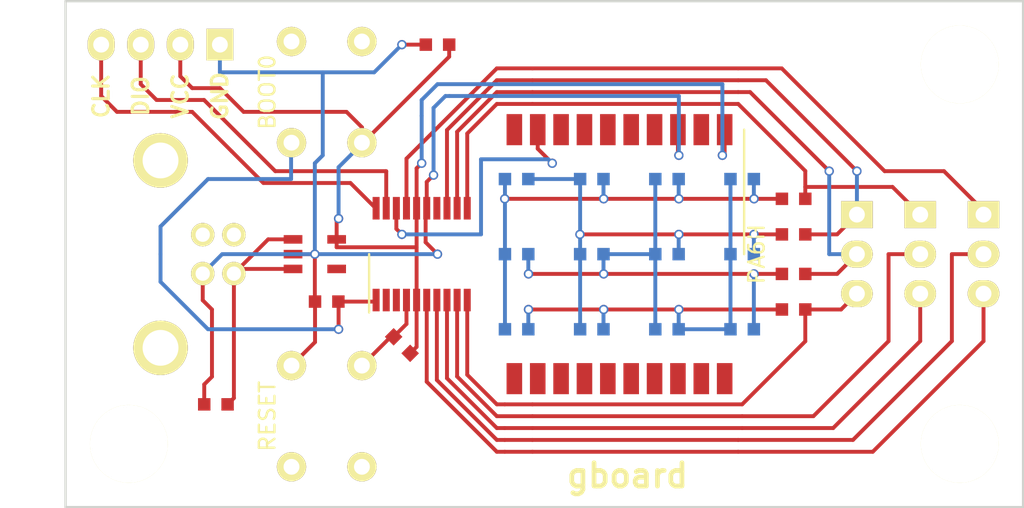
<source format=kicad_pcb>
(kicad_pcb (version 4) (host pcbnew 4.0.7-e2-6376~58~ubuntu16.04.1)

  (general
    (links 0)
    (no_connects 0)
    (area 106.334999 58.344999 172.287001 91.007001)
    (thickness 1.6)
    (drawings 9)
    (tracks 261)
    (zones 0)
    (modules 33)
    (nets 1)
  )

  (page A4)
  (layers
    (0 F.Cu signal)
    (31 B.Cu signal)
    (32 B.Adhes user)
    (33 F.Adhes user)
    (34 B.Paste user)
    (35 F.Paste user)
    (36 B.SilkS user)
    (37 F.SilkS user)
    (38 B.Mask user)
    (39 F.Mask user)
    (40 Dwgs.User user)
    (41 Cmts.User user)
    (42 Eco1.User user)
    (43 Eco2.User user)
    (44 Edge.Cuts user)
    (45 Margin user)
    (46 B.CrtYd user)
    (47 F.CrtYd user)
    (48 B.Fab user)
    (49 F.Fab user)
  )

  (setup
    (last_trace_width 0.25)
    (trace_clearance 0.2)
    (zone_clearance 0.508)
    (zone_45_only no)
    (trace_min 0.2)
    (segment_width 0.2)
    (edge_width 0.15)
    (via_size 0.6)
    (via_drill 0.4)
    (via_min_size 0.4)
    (via_min_drill 0.3)
    (uvia_size 0.3)
    (uvia_drill 0.1)
    (uvias_allowed no)
    (uvia_min_size 0.2)
    (uvia_min_drill 0.1)
    (pcb_text_width 0.3)
    (pcb_text_size 1.5 1.5)
    (mod_edge_width 0.15)
    (mod_text_size 1 1)
    (mod_text_width 0.15)
    (pad_size 1.524 1.524)
    (pad_drill 0.762)
    (pad_to_mask_clearance 0.2)
    (aux_axis_origin 0 0)
    (visible_elements FFFFFF7F)
    (pcbplotparams
      (layerselection 0x00030_80000001)
      (usegerberextensions false)
      (excludeedgelayer true)
      (linewidth 0.150000)
      (plotframeref false)
      (viasonmask false)
      (mode 1)
      (useauxorigin false)
      (hpglpennumber 1)
      (hpglpenspeed 20)
      (hpglpendiameter 15)
      (hpglpenoverlay 2)
      (psnegative false)
      (psa4output false)
      (plotreference true)
      (plotvalue true)
      (plotinvisibletext false)
      (padsonsilk false)
      (subtractmaskfromsilk false)
      (outputformat 1)
      (mirror false)
      (drillshape 1)
      (scaleselection 1)
      (outputdirectory ""))
  )

  (net 0 "")

  (net_class Default "This is the default net class."
    (clearance 0.2)
    (trace_width 0.25)
    (via_dia 0.6)
    (via_drill 0.4)
    (uvia_dia 0.3)
    (uvia_drill 0.1)
  )

  (module 00my_modules:UE27-BC54-130 (layer F.Cu) (tedit 0) (tstamp 5AD16A70)
    (at 116.84 74.676 270)
    (descr UE27-BC54-130)
    (tags usb)
    (fp_text reference "" (at 0 -1 270) (layer F.SilkS)
      (effects (font (size 0.5 0.5) (thickness 0.01)))
    )
    (fp_text value "" (at 0 1 270) (layer F.Fab)
      (effects (font (size 0.5 0.5) (thickness 0.01)))
    )
    (fp_text user USB (at 0 0 270) (layer F.Fab)
      (effects (font (size 1 1) (thickness 0.15)))
    )
    (fp_line (start -6.02 10.28) (end -6.02 -6.22) (layer F.CrtYd) (width 0.05))
    (fp_line (start 6.02 10.28) (end 6.02 -6.22) (layer F.CrtYd) (width 0.05))
    (fp_line (start -6.02 -6.22) (end 6.02 -6.22) (layer F.CrtYd) (width 0.05))
    (fp_line (start -6.02 10.28) (end 6.02 10.28) (layer F.CrtYd) (width 0.05))
    (pad V thru_hole circle (at 1.25 -4.71 270) (size 1.5 1.5) (drill 0.92) (layers *.Cu *.Mask F.SilkS))
    (pad - thru_hole circle (at -1.25 -4.71 270) (size 1.5 1.5) (drill 0.92) (layers *.Cu *.Mask F.SilkS))
    (pad + thru_hole circle (at -1.25 -2.71 270) (size 1.5 1.5) (drill 0.92) (layers *.Cu *.Mask F.SilkS))
    (pad G thru_hole circle (at 1.25 -2.71 270) (size 1.5 1.5) (drill 0.92) (layers *.Cu *.Mask F.SilkS))
    (pad X thru_hole circle (at 6.02 0 270) (size 3.5 3.5) (drill 2.3) (layers *.Cu *.Mask F.SilkS))
    (pad X thru_hole circle (at -6.02 0 270) (size 3.5 3.5) (drill 2.3) (layers *.Cu *.Mask F.SilkS))
  )

  (module 00my_modules:BUTTON4 (layer F.Cu) (tedit 5AD171A5) (tstamp 5AD1695C)
    (at 127.508 64.262 90)
    (descr button4)
    (tags "SPST button tactile switch")
    (fp_text reference BOOT0 (at 0 -3.81 90) (layer F.SilkS)
      (effects (font (size 1 1) (thickness 0.15)))
    )
    (fp_text value "" (at 0 3.81 90) (layer F.Fab)
      (effects (font (size 1 1) (thickness 0.15)))
    )
    (fp_line (start -2.54 1.27) (end -2.54 0.508) (layer F.Fab) (width 0.2032))
    (fp_line (start -2.54 -0.508) (end -2.54 -1.27) (layer F.Fab) (width 0.2032))
    (fp_line (start -2.54 0.508) (end -2.159 -0.381) (layer F.Fab) (width 0.2032))
    (fp_line (start 2.54 1.27) (end 2.54 0.508) (layer F.Fab) (width 0.2032))
    (fp_line (start 2.54 -0.508) (end 2.54 -1.27) (layer F.Fab) (width 0.2032))
    (fp_line (start 2.54 0.508) (end 2.159 -0.381) (layer F.Fab) (width 0.2032))
    (fp_line (start -3.048 -3.048) (end -3.048 3.048) (layer F.Fab) (width 0.2032))
    (fp_line (start 3.048 -3.048) (end 3.048 3.048) (layer F.Fab) (width 0.2032))
    (fp_line (start -3.048 -3.048) (end 3.048 -3.048) (layer F.Fab) (width 0.2032))
    (fp_line (start -3.048 3.048) (end 3.048 3.048) (layer F.Fab) (width 0.2032))
    (pad 1 thru_hole circle (at -3.2512 2.2606 90) (size 1.8796 1.8796) (drill 1.016) (layers *.Cu *.Mask F.SilkS))
    (pad 2 thru_hole circle (at 3.2512 2.2606 90) (size 1.8796 1.8796) (drill 1.016) (layers *.Cu *.Mask F.SilkS))
    (pad 3 thru_hole circle (at -3.2512 -2.2606 90) (size 1.8796 1.8796) (drill 1.016) (layers *.Cu *.Mask F.SilkS))
    (pad 4 thru_hole circle (at 3.2512 -2.2606 90) (size 1.8796 1.8796) (drill 1.016) (layers *.Cu *.Mask F.SilkS))
  )

  (module 00my_modules:BUTTON4 (layer F.Cu) (tedit 5AD1717F) (tstamp 5AD1697F)
    (at 127.508 85.09 90)
    (descr button4)
    (tags "SPST button tactile switch")
    (fp_text reference RESET (at 0 -3.81 90) (layer F.SilkS)
      (effects (font (size 1 1) (thickness 0.15)))
    )
    (fp_text value "" (at 0 3.81 90) (layer F.Fab)
      (effects (font (size 1 1) (thickness 0.15)))
    )
    (fp_line (start -2.54 1.27) (end -2.54 0.508) (layer F.Fab) (width 0.2032))
    (fp_line (start -2.54 -0.508) (end -2.54 -1.27) (layer F.Fab) (width 0.2032))
    (fp_line (start -2.54 0.508) (end -2.159 -0.381) (layer F.Fab) (width 0.2032))
    (fp_line (start 2.54 1.27) (end 2.54 0.508) (layer F.Fab) (width 0.2032))
    (fp_line (start 2.54 -0.508) (end 2.54 -1.27) (layer F.Fab) (width 0.2032))
    (fp_line (start 2.54 0.508) (end 2.159 -0.381) (layer F.Fab) (width 0.2032))
    (fp_line (start -3.048 -3.048) (end -3.048 3.048) (layer F.Fab) (width 0.2032))
    (fp_line (start 3.048 -3.048) (end 3.048 3.048) (layer F.Fab) (width 0.2032))
    (fp_line (start -3.048 -3.048) (end 3.048 -3.048) (layer F.Fab) (width 0.2032))
    (fp_line (start -3.048 3.048) (end 3.048 3.048) (layer F.Fab) (width 0.2032))
    (pad 1 thru_hole circle (at -3.2512 2.2606 90) (size 1.8796 1.8796) (drill 1.016) (layers *.Cu *.Mask F.SilkS))
    (pad 2 thru_hole circle (at 3.2512 2.2606 90) (size 1.8796 1.8796) (drill 1.016) (layers *.Cu *.Mask F.SilkS))
    (pad 3 thru_hole circle (at -3.2512 -2.2606 90) (size 1.8796 1.8796) (drill 1.016) (layers *.Cu *.Mask F.SilkS))
    (pad 4 thru_hole circle (at 3.2512 -2.2606 90) (size 1.8796 1.8796) (drill 1.016) (layers *.Cu *.Mask F.SilkS))
  )

  (module 00my_modules:SOT25 (layer F.Cu) (tedit 58CE4E80) (tstamp 5AD16B65)
    (at 126.746 74.676)
    (descr SOT25)
    (tags SOT25)
    (attr smd)
    (fp_text reference "" (at 0 -2.5) (layer F.SilkS)
      (effects (font (size 1 1) (thickness 0.15)))
    )
    (fp_text value "" (at 0 2.05) (layer F.Fab)
      (effects (font (size 0.5 0.5) (thickness 0.01)))
    )
    (fp_text user SOT25 (at 0 0 90) (layer F.Fab)
      (effects (font (size 0.5 0.5) (thickness 0.01)))
    )
    (fp_line (start -0.8 -1.5) (end 0.8 -1.5) (layer F.Fab) (width 0.01))
    (fp_line (start -0.8 1.5) (end 0.8 1.5) (layer F.Fab) (width 0.01))
    (fp_line (start -0.8 -1.5) (end -0.8 1.5) (layer F.Fab) (width 0.01))
    (fp_line (start 0.8 -1.5) (end 0.8 1.5) (layer F.Fab) (width 0.01))
    (fp_line (start -0.8 -1.5) (end -0.8 1.5) (layer F.Fab) (width 0.01))
    (fp_line (start 0.8 -1.5) (end 0.8 1.5) (layer F.Fab) (width 0.01))
    (fp_line (start -2.3 -1.7) (end 2.3 -1.7) (layer F.CrtYd) (width 0.01))
    (fp_line (start -2.3 -1.7) (end -2.3 1.7) (layer F.CrtYd) (width 0.01))
    (fp_line (start 2.3 1.7) (end 2.3 -1.7) (layer F.CrtYd) (width 0.01))
    (fp_line (start 2.3 1.7) (end -2.3 1.7) (layer F.CrtYd) (width 0.01))
    (pad 1 smd rect (at -1.4 -0.95) (size 1.2 0.55) (layers F.Cu F.Paste F.Mask))
    (pad 2 smd rect (at -1.4 0) (size 1.2 0.55) (layers F.Cu F.Paste F.Mask))
    (pad 3 smd rect (at -1.4 0.95) (size 1.2 0.55) (layers F.Cu F.Paste F.Mask))
    (pad 4 smd rect (at 1.4 0.95) (size 1.2 0.55) (layers F.Cu F.Paste F.Mask))
    (pad 5 smd rect (at 1.4 -0.95) (size 1.2 0.55) (layers F.Cu F.Paste F.Mask))
  )

  (module 00my_modules:STM32 (layer F.Cu) (tedit 54130A77) (tstamp 5AD16B54)
    (at 133.604 74.676 90)
    (descr STM32)
    (tags STM32)
    (attr smd)
    (fp_text reference "" (at 0 -4.3 90) (layer F.SilkS)
      (effects (font (size 1 1) (thickness 0.15)))
    )
    (fp_text value "" (at -1.5 -3 90) (layer F.Fab)
      (effects (font (size 0.5 0.5) (thickness 0.01)))
    )
    (fp_text user STM32 (at 0 0 180) (layer F.Fab)
      (effects (font (size 0.8 0.8) (thickness 0.1)))
    )
    (fp_line (start -3.95 -3.55) (end -3.95 3.55) (layer F.CrtYd) (width 0.05))
    (fp_line (start 3.95 -3.55) (end 3.95 3.55) (layer F.CrtYd) (width 0.05))
    (fp_line (start -3.95 -3.55) (end 3.95 -3.55) (layer F.CrtYd) (width 0.05))
    (fp_line (start -3.95 3.55) (end 3.95 3.55) (layer F.CrtYd) (width 0.05))
    (fp_line (start -3.75 -3.375) (end 0 -3.375) (layer F.SilkS) (width 0.15))
    (fp_line (start -2.2 -3.25) (end 2.2 -3.25) (layer F.Fab) (width 0.01))
    (fp_line (start -2.2 3.25) (end 2.2 3.25) (layer F.Fab) (width 0.01))
    (fp_line (start -2.2 -3.25) (end -2.2 3.25) (layer F.Fab) (width 0.01))
    (fp_line (start 2.2 -3.25) (end 2.2 3.25) (layer F.Fab) (width 0.01))
    (pad BOOT smd rect (at -2.95 -2.925 90) (size 1.45 0.45) (layers F.Cu F.Paste F.Mask))
    (pad 2 smd rect (at -2.95 -2.275 90) (size 1.45 0.45) (layers F.Cu F.Paste F.Mask))
    (pad 3 smd rect (at -2.95 -1.625 90) (size 1.45 0.45) (layers F.Cu F.Paste F.Mask))
    (pad NRST smd rect (at -2.95 -0.975 90) (size 1.45 0.45) (layers F.Cu F.Paste F.Mask))
    (pad VCC smd rect (at -2.95 -0.325 90) (size 1.45 0.45) (layers F.Cu F.Paste F.Mask))
    (pad PA0 smd rect (at -2.95 0.325 90) (size 1.45 0.45) (layers F.Cu F.Paste F.Mask))
    (pad PA1 smd rect (at -2.95 0.975 90) (size 1.45 0.45) (layers F.Cu F.Paste F.Mask))
    (pad PA2 smd rect (at -2.95 1.625 90) (size 1.45 0.45) (layers F.Cu F.Paste F.Mask))
    (pad PA3 smd rect (at -2.95 2.275 90) (size 1.45 0.45) (layers F.Cu F.Paste F.Mask))
    (pad PA4 smd rect (at -2.95 2.925 90) (size 1.45 0.45) (layers F.Cu F.Paste F.Mask))
    (pad PA5 smd rect (at 2.95 2.925 90) (size 1.45 0.45) (layers F.Cu F.Paste F.Mask))
    (pad PA6 smd rect (at 2.95 2.275 90) (size 1.45 0.45) (layers F.Cu F.Paste F.Mask))
    (pad PA7 smd rect (at 2.95 1.625 90) (size 1.45 0.45) (layers F.Cu F.Paste F.Mask))
    (pad PB1 smd rect (at 2.95 0.975 90) (size 1.45 0.45) (layers F.Cu F.Paste F.Mask))
    (pad GND smd rect (at 2.95 0.325 90) (size 1.45 0.45) (layers F.Cu F.Paste F.Mask))
    (pad VCC smd rect (at 2.95 -0.325 90) (size 1.45 0.45) (layers F.Cu F.Paste F.Mask))
    (pad TX smd rect (at 2.95 -0.975 90) (size 1.45 0.45) (layers F.Cu F.Paste F.Mask))
    (pad RX smd rect (at 2.95 -1.625 90) (size 1.45 0.45) (layers F.Cu F.Paste F.Mask))
    (pad DIO smd rect (at 2.95 -2.275 90) (size 1.45 0.45) (layers F.Cu F.Paste F.Mask))
    (pad CLK smd rect (at 2.95 -2.925 90) (size 1.45 0.45) (layers F.Cu F.Paste F.Mask))
  )

  (module 00my_modules:R_0603 (layer F.Cu) (tedit 5415CC62) (tstamp 5AD16F29)
    (at 127.508 77.724)
    (descr R0603)
    (tags "resistor capacitor led 0603")
    (attr smd)
    (fp_text reference "" (at 0 -0.6) (layer F.SilkS)
      (effects (font (size 0.1 0.1) (thickness 0.01)))
    )
    (fp_text value "" (at 0 0.6) (layer F.Fab)
      (effects (font (size 0.1 0.1) (thickness 0.01)))
    )
    (fp_line (start -1.2 -0.45) (end 1.2 -0.45) (layer F.CrtYd) (width 0.01))
    (fp_line (start -1.2 0.45) (end 1.2 0.45) (layer F.CrtYd) (width 0.01))
    (fp_line (start -1.2 -0.45) (end -1.2 0.45) (layer F.CrtYd) (width 0.01))
    (fp_line (start 1.2 -0.45) (end 1.2 0.45) (layer F.CrtYd) (width 0.01))
    (fp_line (start -0.1 0) (end 0.1 0.2) (layer F.CrtYd) (width 0.01))
    (fp_line (start -0.1 0) (end 0.1 -0.2) (layer F.CrtYd) (width 0.01))
    (fp_line (start -0.1 0.2) (end -0.1 -0.2) (layer F.CrtYd) (width 0.01))
    (fp_line (start 0.1 0.2) (end 0.1 -0.2) (layer F.CrtYd) (width 0.01))
    (pad 1 smd rect (at -0.75 0) (size 0.8 0.8) (layers F.Cu F.Paste F.Mask))
    (pad 2 smd rect (at 0.75 0) (size 0.8 0.8) (layers F.Cu F.Paste F.Mask))
  )

  (module 00my_modules:R_0603 (layer F.Cu) (tedit 5415CC62) (tstamp 5AD16F52)
    (at 132.334 80.518 135)
    (descr R0603)
    (tags "resistor capacitor led 0603")
    (attr smd)
    (fp_text reference "" (at 0 -0.6 135) (layer F.SilkS)
      (effects (font (size 0.1 0.1) (thickness 0.01)))
    )
    (fp_text value "" (at 0 0.6 135) (layer F.Fab)
      (effects (font (size 0.1 0.1) (thickness 0.01)))
    )
    (fp_line (start -1.2 -0.45) (end 1.2 -0.45) (layer F.CrtYd) (width 0.01))
    (fp_line (start -1.2 0.45) (end 1.2 0.45) (layer F.CrtYd) (width 0.01))
    (fp_line (start -1.2 -0.45) (end -1.2 0.45) (layer F.CrtYd) (width 0.01))
    (fp_line (start 1.2 -0.45) (end 1.2 0.45) (layer F.CrtYd) (width 0.01))
    (fp_line (start -0.1 0) (end 0.1 0.2) (layer F.CrtYd) (width 0.01))
    (fp_line (start -0.1 0) (end 0.1 -0.2) (layer F.CrtYd) (width 0.01))
    (fp_line (start -0.1 0.2) (end -0.1 -0.2) (layer F.CrtYd) (width 0.01))
    (fp_line (start 0.1 0.2) (end 0.1 -0.2) (layer F.CrtYd) (width 0.01))
    (pad 1 smd rect (at -0.75 0 135) (size 0.8 0.8) (layers F.Cu F.Paste F.Mask))
    (pad 2 smd rect (at 0.75 0 135) (size 0.8 0.8) (layers F.Cu F.Paste F.Mask))
  )

  (module 00my_modules:Pin_Header_Straight_1x03 (layer F.Cu) (tedit 0) (tstamp 5AD179DD)
    (at 169.672 72.136)
    (descr "Through hole pin header")
    (tags "pin header")
    (fp_text reference "" (at 0 -2.4) (layer F.SilkS)
      (effects (font (size 0.5 0.5) (thickness 0.01)))
    )
    (fp_text value "" (at 0 -3.1) (layer F.Fab)
      (effects (font (size 0.5 0.5) (thickness 0.01)))
    )
    (fp_line (start -1.75 -1.75) (end -1.75 6.86) (layer F.CrtYd) (width 0.05))
    (fp_line (start 1.75 -1.75) (end 1.75 6.86) (layer F.CrtYd) (width 0.05))
    (fp_line (start -1.75 -1.75) (end 1.75 -1.75) (layer F.CrtYd) (width 0.05))
    (fp_line (start -1.75 6.86) (end 1.75 6.86) (layer F.CrtYd) (width 0.05))
    (pad 1 thru_hole rect (at 0 0) (size 2.032 1.7272) (drill 1.016) (layers *.Cu *.Mask F.SilkS))
    (pad 2 thru_hole oval (at 0 2.54) (size 2.032 1.7272) (drill 1.016) (layers *.Cu *.Mask F.SilkS))
    (pad 3 thru_hole oval (at 0 5.08) (size 2.032 1.7272) (drill 1.016) (layers *.Cu *.Mask F.SilkS))
  )

  (module 00my_modules:Pin_Header_Straight_1x03 (layer F.Cu) (tedit 0) (tstamp 5AD179FA)
    (at 161.544 72.136)
    (descr "Through hole pin header")
    (tags "pin header")
    (fp_text reference "" (at 0 -2.4) (layer F.SilkS)
      (effects (font (size 0.5 0.5) (thickness 0.01)))
    )
    (fp_text value "" (at 0 -3.1) (layer F.Fab)
      (effects (font (size 0.5 0.5) (thickness 0.01)))
    )
    (fp_line (start -1.75 -1.75) (end -1.75 6.86) (layer F.CrtYd) (width 0.05))
    (fp_line (start 1.75 -1.75) (end 1.75 6.86) (layer F.CrtYd) (width 0.05))
    (fp_line (start -1.75 -1.75) (end 1.75 -1.75) (layer F.CrtYd) (width 0.05))
    (fp_line (start -1.75 6.86) (end 1.75 6.86) (layer F.CrtYd) (width 0.05))
    (pad 1 thru_hole rect (at 0 0) (size 2.032 1.7272) (drill 1.016) (layers *.Cu *.Mask F.SilkS))
    (pad 2 thru_hole oval (at 0 2.54) (size 2.032 1.7272) (drill 1.016) (layers *.Cu *.Mask F.SilkS))
    (pad 3 thru_hole oval (at 0 5.08) (size 2.032 1.7272) (drill 1.016) (layers *.Cu *.Mask F.SilkS))
  )

  (module 00my_modules:Pin_Header_Straight_1x03 (layer F.Cu) (tedit 0) (tstamp 5AD17A0F)
    (at 165.608 72.136)
    (descr "Through hole pin header")
    (tags "pin header")
    (fp_text reference "" (at 0 -2.4) (layer F.SilkS)
      (effects (font (size 0.5 0.5) (thickness 0.01)))
    )
    (fp_text value "" (at 0 -3.1) (layer F.Fab)
      (effects (font (size 0.5 0.5) (thickness 0.01)))
    )
    (fp_line (start -1.75 -1.75) (end -1.75 6.86) (layer F.CrtYd) (width 0.05))
    (fp_line (start 1.75 -1.75) (end 1.75 6.86) (layer F.CrtYd) (width 0.05))
    (fp_line (start -1.75 -1.75) (end 1.75 -1.75) (layer F.CrtYd) (width 0.05))
    (fp_line (start -1.75 6.86) (end 1.75 6.86) (layer F.CrtYd) (width 0.05))
    (pad 1 thru_hole rect (at 0 0) (size 2.032 1.7272) (drill 1.016) (layers *.Cu *.Mask F.SilkS))
    (pad 2 thru_hole oval (at 0 2.54) (size 2.032 1.7272) (drill 1.016) (layers *.Cu *.Mask F.SilkS))
    (pad 3 thru_hole oval (at 0 5.08) (size 2.032 1.7272) (drill 1.016) (layers *.Cu *.Mask F.SilkS))
  )

  (module 00my_modules:PA6H (layer F.Cu) (tedit 5415CC62) (tstamp 5AD17B39)
    (at 146.304 74.676 270)
    (descr PA6H)
    (tags "PA6H gps")
    (fp_text reference PA6H (at 0 -8.8 270) (layer F.SilkS)
      (effects (font (size 1 1) (thickness 0.15)))
    )
    (fp_text value GPS (at 0 -7 270) (layer F.Fab)
      (effects (font (size 1 1) (thickness 0.15)))
    )
    (fp_line (start -8 -8) (end -8 8) (layer F.CrtYd) (width 0.05))
    (fp_line (start 8 -8) (end 8 8) (layer F.CrtYd) (width 0.05))
    (fp_line (start -8 -8) (end 8 -8) (layer F.CrtYd) (width 0.05))
    (fp_line (start -8 8) (end 8 8) (layer F.CrtYd) (width 0.05))
    (fp_line (start -8 -8) (end 0 -8) (layer F.SilkS) (width 0.15))
    (pad VCC smd rect (at -8 -6.75 270) (size 2 1) (layers F.Cu F.Paste F.Mask))
    (pad 2 smd rect (at -8 -5.25 270) (size 2 1) (layers F.Cu F.Paste F.Mask))
    (pad GND smd rect (at -8 -3.75 270) (size 2 1) (layers F.Cu F.Paste F.Mask))
    (pad 4 smd rect (at -8 -2.25 270) (size 2 1) (layers F.Cu F.Paste F.Mask))
    (pad 5 smd rect (at -8 -0.75 270) (size 2 1) (layers F.Cu F.Paste F.Mask))
    (pad 6 smd rect (at -8 0.75 270) (size 2 1) (layers F.Cu F.Paste F.Mask))
    (pad 7 smd rect (at -8 2.25 270) (size 2 1) (layers F.Cu F.Paste F.Mask))
    (pad 8 smd rect (at -8 3.75 270) (size 2 1) (layers F.Cu F.Paste F.Mask))
    (pad TX smd rect (at -8 5.25 270) (size 2 1) (layers F.Cu F.Paste F.Mask))
    (pad RX smd rect (at -8 6.75 270) (size 2 1) (layers F.Cu F.Paste F.Mask))
    (pad 11 smd rect (at 8 6.75 270) (size 2 1) (layers F.Cu F.Paste F.Mask))
    (pad 12 smd rect (at 8 5.25 270) (size 2 1) (layers F.Cu F.Paste F.Mask))
    (pad 13 smd rect (at 8 3.75 270) (size 2 1) (layers F.Cu F.Paste F.Mask))
    (pad 14 smd rect (at 8 2.25 270) (size 2 1) (layers F.Cu F.Paste F.Mask))
    (pad 15 smd rect (at 8 0.75 270) (size 2 1) (layers F.Cu F.Paste F.Mask))
    (pad 16 smd rect (at 8 -0.75 270) (size 2 1) (layers F.Cu F.Paste F.Mask))
    (pad 17 smd rect (at 8 -2.25 270) (size 2 1) (layers F.Cu F.Paste F.Mask))
    (pad 18 smd rect (at 8 -3.75 270) (size 2 1) (layers F.Cu F.Paste F.Mask))
    (pad 19 smd rect (at 8 -5.25 270) (size 2 1) (layers F.Cu F.Paste F.Mask))
    (pad 20 smd rect (at 8 -6.75 270) (size 2 1) (layers F.Cu F.Paste F.Mask))
  )

  (module 00my_modules:R_0603 (layer B.Cu) (tedit 5415CC62) (tstamp 5AD17FF4)
    (at 139.7 74.676)
    (descr R0603)
    (tags "resistor capacitor led 0603")
    (attr smd)
    (fp_text reference "" (at 0 0.6) (layer B.SilkS)
      (effects (font (size 0.1 0.1) (thickness 0.01)) (justify mirror))
    )
    (fp_text value "" (at 0 -0.6) (layer B.Fab)
      (effects (font (size 0.1 0.1) (thickness 0.01)) (justify mirror))
    )
    (fp_line (start -1.2 0.45) (end 1.2 0.45) (layer B.CrtYd) (width 0.01))
    (fp_line (start -1.2 -0.45) (end 1.2 -0.45) (layer B.CrtYd) (width 0.01))
    (fp_line (start -1.2 0.45) (end -1.2 -0.45) (layer B.CrtYd) (width 0.01))
    (fp_line (start 1.2 0.45) (end 1.2 -0.45) (layer B.CrtYd) (width 0.01))
    (fp_line (start -0.1 0) (end 0.1 -0.2) (layer B.CrtYd) (width 0.01))
    (fp_line (start -0.1 0) (end 0.1 0.2) (layer B.CrtYd) (width 0.01))
    (fp_line (start -0.1 -0.2) (end -0.1 0.2) (layer B.CrtYd) (width 0.01))
    (fp_line (start 0.1 -0.2) (end 0.1 0.2) (layer B.CrtYd) (width 0.01))
    (pad 1 smd rect (at -0.75 0) (size 0.8 0.8) (layers B.Cu B.Paste B.Mask))
    (pad 2 smd rect (at 0.75 0) (size 0.8 0.8) (layers B.Cu B.Paste B.Mask))
  )

  (module 00my_modules:R_0603 (layer B.Cu) (tedit 5415CC62) (tstamp 5AD1800F)
    (at 144.526 74.676)
    (descr R0603)
    (tags "resistor capacitor led 0603")
    (attr smd)
    (fp_text reference "" (at 0 0.6) (layer B.SilkS)
      (effects (font (size 0.1 0.1) (thickness 0.01)) (justify mirror))
    )
    (fp_text value "" (at 0 -0.6) (layer B.Fab)
      (effects (font (size 0.1 0.1) (thickness 0.01)) (justify mirror))
    )
    (fp_line (start -1.2 0.45) (end 1.2 0.45) (layer B.CrtYd) (width 0.01))
    (fp_line (start -1.2 -0.45) (end 1.2 -0.45) (layer B.CrtYd) (width 0.01))
    (fp_line (start -1.2 0.45) (end -1.2 -0.45) (layer B.CrtYd) (width 0.01))
    (fp_line (start 1.2 0.45) (end 1.2 -0.45) (layer B.CrtYd) (width 0.01))
    (fp_line (start -0.1 0) (end 0.1 -0.2) (layer B.CrtYd) (width 0.01))
    (fp_line (start -0.1 0) (end 0.1 0.2) (layer B.CrtYd) (width 0.01))
    (fp_line (start -0.1 -0.2) (end -0.1 0.2) (layer B.CrtYd) (width 0.01))
    (fp_line (start 0.1 -0.2) (end 0.1 0.2) (layer B.CrtYd) (width 0.01))
    (pad 1 smd rect (at -0.75 0) (size 0.8 0.8) (layers B.Cu B.Paste B.Mask))
    (pad 2 smd rect (at 0.75 0) (size 0.8 0.8) (layers B.Cu B.Paste B.Mask))
  )

  (module 00my_modules:R_0603 (layer B.Cu) (tedit 5415CC62) (tstamp 5AD1802A)
    (at 139.7 69.85)
    (descr R0603)
    (tags "resistor capacitor led 0603")
    (attr smd)
    (fp_text reference "" (at 0 0.6) (layer B.SilkS)
      (effects (font (size 0.1 0.1) (thickness 0.01)) (justify mirror))
    )
    (fp_text value "" (at 0 -0.6) (layer B.Fab)
      (effects (font (size 0.1 0.1) (thickness 0.01)) (justify mirror))
    )
    (fp_line (start -1.2 0.45) (end 1.2 0.45) (layer B.CrtYd) (width 0.01))
    (fp_line (start -1.2 -0.45) (end 1.2 -0.45) (layer B.CrtYd) (width 0.01))
    (fp_line (start -1.2 0.45) (end -1.2 -0.45) (layer B.CrtYd) (width 0.01))
    (fp_line (start 1.2 0.45) (end 1.2 -0.45) (layer B.CrtYd) (width 0.01))
    (fp_line (start -0.1 0) (end 0.1 -0.2) (layer B.CrtYd) (width 0.01))
    (fp_line (start -0.1 0) (end 0.1 0.2) (layer B.CrtYd) (width 0.01))
    (fp_line (start -0.1 -0.2) (end -0.1 0.2) (layer B.CrtYd) (width 0.01))
    (fp_line (start 0.1 -0.2) (end 0.1 0.2) (layer B.CrtYd) (width 0.01))
    (pad 1 smd rect (at -0.75 0) (size 0.8 0.8) (layers B.Cu B.Paste B.Mask))
    (pad 2 smd rect (at 0.75 0) (size 0.8 0.8) (layers B.Cu B.Paste B.Mask))
  )

  (module 00my_modules:R_0603 (layer B.Cu) (tedit 5415CC62) (tstamp 5AD18045)
    (at 139.7 79.502)
    (descr R0603)
    (tags "resistor capacitor led 0603")
    (attr smd)
    (fp_text reference "" (at 0 0.6) (layer B.SilkS)
      (effects (font (size 0.1 0.1) (thickness 0.01)) (justify mirror))
    )
    (fp_text value "" (at 0 -0.6) (layer B.Fab)
      (effects (font (size 0.1 0.1) (thickness 0.01)) (justify mirror))
    )
    (fp_line (start -1.2 0.45) (end 1.2 0.45) (layer B.CrtYd) (width 0.01))
    (fp_line (start -1.2 -0.45) (end 1.2 -0.45) (layer B.CrtYd) (width 0.01))
    (fp_line (start -1.2 0.45) (end -1.2 -0.45) (layer B.CrtYd) (width 0.01))
    (fp_line (start 1.2 0.45) (end 1.2 -0.45) (layer B.CrtYd) (width 0.01))
    (fp_line (start -0.1 0) (end 0.1 -0.2) (layer B.CrtYd) (width 0.01))
    (fp_line (start -0.1 0) (end 0.1 0.2) (layer B.CrtYd) (width 0.01))
    (fp_line (start -0.1 -0.2) (end -0.1 0.2) (layer B.CrtYd) (width 0.01))
    (fp_line (start 0.1 -0.2) (end 0.1 0.2) (layer B.CrtYd) (width 0.01))
    (pad 1 smd rect (at -0.75 0) (size 0.8 0.8) (layers B.Cu B.Paste B.Mask))
    (pad 2 smd rect (at 0.75 0) (size 0.8 0.8) (layers B.Cu B.Paste B.Mask))
  )

  (module 00my_modules:R_0603 (layer B.Cu) (tedit 5415CC62) (tstamp 5AD18060)
    (at 144.526 79.502)
    (descr R0603)
    (tags "resistor capacitor led 0603")
    (attr smd)
    (fp_text reference "" (at 0 0.6) (layer B.SilkS)
      (effects (font (size 0.1 0.1) (thickness 0.01)) (justify mirror))
    )
    (fp_text value "" (at 0 -0.6) (layer B.Fab)
      (effects (font (size 0.1 0.1) (thickness 0.01)) (justify mirror))
    )
    (fp_line (start -1.2 0.45) (end 1.2 0.45) (layer B.CrtYd) (width 0.01))
    (fp_line (start -1.2 -0.45) (end 1.2 -0.45) (layer B.CrtYd) (width 0.01))
    (fp_line (start -1.2 0.45) (end -1.2 -0.45) (layer B.CrtYd) (width 0.01))
    (fp_line (start 1.2 0.45) (end 1.2 -0.45) (layer B.CrtYd) (width 0.01))
    (fp_line (start -0.1 0) (end 0.1 -0.2) (layer B.CrtYd) (width 0.01))
    (fp_line (start -0.1 0) (end 0.1 0.2) (layer B.CrtYd) (width 0.01))
    (fp_line (start -0.1 -0.2) (end -0.1 0.2) (layer B.CrtYd) (width 0.01))
    (fp_line (start 0.1 -0.2) (end 0.1 0.2) (layer B.CrtYd) (width 0.01))
    (pad 1 smd rect (at -0.75 0) (size 0.8 0.8) (layers B.Cu B.Paste B.Mask))
    (pad 2 smd rect (at 0.75 0) (size 0.8 0.8) (layers B.Cu B.Paste B.Mask))
  )

  (module 00my_modules:R_0603 (layer B.Cu) (tedit 5415CC62) (tstamp 5AD1807B)
    (at 149.352 74.676)
    (descr R0603)
    (tags "resistor capacitor led 0603")
    (attr smd)
    (fp_text reference "" (at 0 0.6) (layer B.SilkS)
      (effects (font (size 0.1 0.1) (thickness 0.01)) (justify mirror))
    )
    (fp_text value "" (at 0 -0.6) (layer B.Fab)
      (effects (font (size 0.1 0.1) (thickness 0.01)) (justify mirror))
    )
    (fp_line (start -1.2 0.45) (end 1.2 0.45) (layer B.CrtYd) (width 0.01))
    (fp_line (start -1.2 -0.45) (end 1.2 -0.45) (layer B.CrtYd) (width 0.01))
    (fp_line (start -1.2 0.45) (end -1.2 -0.45) (layer B.CrtYd) (width 0.01))
    (fp_line (start 1.2 0.45) (end 1.2 -0.45) (layer B.CrtYd) (width 0.01))
    (fp_line (start -0.1 0) (end 0.1 -0.2) (layer B.CrtYd) (width 0.01))
    (fp_line (start -0.1 0) (end 0.1 0.2) (layer B.CrtYd) (width 0.01))
    (fp_line (start -0.1 -0.2) (end -0.1 0.2) (layer B.CrtYd) (width 0.01))
    (fp_line (start 0.1 -0.2) (end 0.1 0.2) (layer B.CrtYd) (width 0.01))
    (pad 1 smd rect (at -0.75 0) (size 0.8 0.8) (layers B.Cu B.Paste B.Mask))
    (pad 2 smd rect (at 0.75 0) (size 0.8 0.8) (layers B.Cu B.Paste B.Mask))
  )

  (module 00my_modules:R_0603 (layer B.Cu) (tedit 5415CC62) (tstamp 5AD18096)
    (at 149.352 79.502)
    (descr R0603)
    (tags "resistor capacitor led 0603")
    (attr smd)
    (fp_text reference "" (at 0 0.6) (layer B.SilkS)
      (effects (font (size 0.1 0.1) (thickness 0.01)) (justify mirror))
    )
    (fp_text value "" (at 0 -0.6) (layer B.Fab)
      (effects (font (size 0.1 0.1) (thickness 0.01)) (justify mirror))
    )
    (fp_line (start -1.2 0.45) (end 1.2 0.45) (layer B.CrtYd) (width 0.01))
    (fp_line (start -1.2 -0.45) (end 1.2 -0.45) (layer B.CrtYd) (width 0.01))
    (fp_line (start -1.2 0.45) (end -1.2 -0.45) (layer B.CrtYd) (width 0.01))
    (fp_line (start 1.2 0.45) (end 1.2 -0.45) (layer B.CrtYd) (width 0.01))
    (fp_line (start -0.1 0) (end 0.1 -0.2) (layer B.CrtYd) (width 0.01))
    (fp_line (start -0.1 0) (end 0.1 0.2) (layer B.CrtYd) (width 0.01))
    (fp_line (start -0.1 -0.2) (end -0.1 0.2) (layer B.CrtYd) (width 0.01))
    (fp_line (start 0.1 -0.2) (end 0.1 0.2) (layer B.CrtYd) (width 0.01))
    (pad 1 smd rect (at -0.75 0) (size 0.8 0.8) (layers B.Cu B.Paste B.Mask))
    (pad 2 smd rect (at 0.75 0) (size 0.8 0.8) (layers B.Cu B.Paste B.Mask))
  )

  (module 00my_modules:R_0603 (layer B.Cu) (tedit 5415CC62) (tstamp 5AD180B1)
    (at 144.526 69.85)
    (descr R0603)
    (tags "resistor capacitor led 0603")
    (attr smd)
    (fp_text reference "" (at 0 0.6) (layer B.SilkS)
      (effects (font (size 0.1 0.1) (thickness 0.01)) (justify mirror))
    )
    (fp_text value "" (at 0 -0.6) (layer B.Fab)
      (effects (font (size 0.1 0.1) (thickness 0.01)) (justify mirror))
    )
    (fp_line (start -1.2 0.45) (end 1.2 0.45) (layer B.CrtYd) (width 0.01))
    (fp_line (start -1.2 -0.45) (end 1.2 -0.45) (layer B.CrtYd) (width 0.01))
    (fp_line (start -1.2 0.45) (end -1.2 -0.45) (layer B.CrtYd) (width 0.01))
    (fp_line (start 1.2 0.45) (end 1.2 -0.45) (layer B.CrtYd) (width 0.01))
    (fp_line (start -0.1 0) (end 0.1 -0.2) (layer B.CrtYd) (width 0.01))
    (fp_line (start -0.1 0) (end 0.1 0.2) (layer B.CrtYd) (width 0.01))
    (fp_line (start -0.1 -0.2) (end -0.1 0.2) (layer B.CrtYd) (width 0.01))
    (fp_line (start 0.1 -0.2) (end 0.1 0.2) (layer B.CrtYd) (width 0.01))
    (pad 1 smd rect (at -0.75 0) (size 0.8 0.8) (layers B.Cu B.Paste B.Mask))
    (pad 2 smd rect (at 0.75 0) (size 0.8 0.8) (layers B.Cu B.Paste B.Mask))
  )

  (module 00my_modules:R_0603 (layer B.Cu) (tedit 5415CC62) (tstamp 5AD180CC)
    (at 149.352 69.85)
    (descr R0603)
    (tags "resistor capacitor led 0603")
    (attr smd)
    (fp_text reference "" (at 0 0.6) (layer B.SilkS)
      (effects (font (size 0.1 0.1) (thickness 0.01)) (justify mirror))
    )
    (fp_text value "" (at 0 -0.6) (layer B.Fab)
      (effects (font (size 0.1 0.1) (thickness 0.01)) (justify mirror))
    )
    (fp_line (start -1.2 0.45) (end 1.2 0.45) (layer B.CrtYd) (width 0.01))
    (fp_line (start -1.2 -0.45) (end 1.2 -0.45) (layer B.CrtYd) (width 0.01))
    (fp_line (start -1.2 0.45) (end -1.2 -0.45) (layer B.CrtYd) (width 0.01))
    (fp_line (start 1.2 0.45) (end 1.2 -0.45) (layer B.CrtYd) (width 0.01))
    (fp_line (start -0.1 0) (end 0.1 -0.2) (layer B.CrtYd) (width 0.01))
    (fp_line (start -0.1 0) (end 0.1 0.2) (layer B.CrtYd) (width 0.01))
    (fp_line (start -0.1 -0.2) (end -0.1 0.2) (layer B.CrtYd) (width 0.01))
    (fp_line (start 0.1 -0.2) (end 0.1 0.2) (layer B.CrtYd) (width 0.01))
    (pad 1 smd rect (at -0.75 0) (size 0.8 0.8) (layers B.Cu B.Paste B.Mask))
    (pad 2 smd rect (at 0.75 0) (size 0.8 0.8) (layers B.Cu B.Paste B.Mask))
  )

  (module 00my_modules:R_0603 (layer B.Cu) (tedit 5415CC62) (tstamp 5AD180E7)
    (at 154.178 74.676)
    (descr R0603)
    (tags "resistor capacitor led 0603")
    (attr smd)
    (fp_text reference "" (at 0 0.6) (layer B.SilkS)
      (effects (font (size 0.1 0.1) (thickness 0.01)) (justify mirror))
    )
    (fp_text value "" (at 0 -0.6) (layer B.Fab)
      (effects (font (size 0.1 0.1) (thickness 0.01)) (justify mirror))
    )
    (fp_line (start -1.2 0.45) (end 1.2 0.45) (layer B.CrtYd) (width 0.01))
    (fp_line (start -1.2 -0.45) (end 1.2 -0.45) (layer B.CrtYd) (width 0.01))
    (fp_line (start -1.2 0.45) (end -1.2 -0.45) (layer B.CrtYd) (width 0.01))
    (fp_line (start 1.2 0.45) (end 1.2 -0.45) (layer B.CrtYd) (width 0.01))
    (fp_line (start -0.1 0) (end 0.1 -0.2) (layer B.CrtYd) (width 0.01))
    (fp_line (start -0.1 0) (end 0.1 0.2) (layer B.CrtYd) (width 0.01))
    (fp_line (start -0.1 -0.2) (end -0.1 0.2) (layer B.CrtYd) (width 0.01))
    (fp_line (start 0.1 -0.2) (end 0.1 0.2) (layer B.CrtYd) (width 0.01))
    (pad 1 smd rect (at -0.75 0) (size 0.8 0.8) (layers B.Cu B.Paste B.Mask))
    (pad 2 smd rect (at 0.75 0) (size 0.8 0.8) (layers B.Cu B.Paste B.Mask))
  )

  (module 00my_modules:R_0603 (layer B.Cu) (tedit 5415CC62) (tstamp 5AD18102)
    (at 154.178 69.85)
    (descr R0603)
    (tags "resistor capacitor led 0603")
    (attr smd)
    (fp_text reference "" (at 0 0.6) (layer B.SilkS)
      (effects (font (size 0.1 0.1) (thickness 0.01)) (justify mirror))
    )
    (fp_text value "" (at 0 -0.6) (layer B.Fab)
      (effects (font (size 0.1 0.1) (thickness 0.01)) (justify mirror))
    )
    (fp_line (start -1.2 0.45) (end 1.2 0.45) (layer B.CrtYd) (width 0.01))
    (fp_line (start -1.2 -0.45) (end 1.2 -0.45) (layer B.CrtYd) (width 0.01))
    (fp_line (start -1.2 0.45) (end -1.2 -0.45) (layer B.CrtYd) (width 0.01))
    (fp_line (start 1.2 0.45) (end 1.2 -0.45) (layer B.CrtYd) (width 0.01))
    (fp_line (start -0.1 0) (end 0.1 -0.2) (layer B.CrtYd) (width 0.01))
    (fp_line (start -0.1 0) (end 0.1 0.2) (layer B.CrtYd) (width 0.01))
    (fp_line (start -0.1 -0.2) (end -0.1 0.2) (layer B.CrtYd) (width 0.01))
    (fp_line (start 0.1 -0.2) (end 0.1 0.2) (layer B.CrtYd) (width 0.01))
    (pad 1 smd rect (at -0.75 0) (size 0.8 0.8) (layers B.Cu B.Paste B.Mask))
    (pad 2 smd rect (at 0.75 0) (size 0.8 0.8) (layers B.Cu B.Paste B.Mask))
  )

  (module 00my_modules:R_0603 (layer B.Cu) (tedit 5415CC62) (tstamp 5AD1811D)
    (at 154.178 79.502)
    (descr R0603)
    (tags "resistor capacitor led 0603")
    (attr smd)
    (fp_text reference "" (at 0 0.6) (layer B.SilkS)
      (effects (font (size 0.1 0.1) (thickness 0.01)) (justify mirror))
    )
    (fp_text value "" (at 0 -0.6) (layer B.Fab)
      (effects (font (size 0.1 0.1) (thickness 0.01)) (justify mirror))
    )
    (fp_line (start -1.2 0.45) (end 1.2 0.45) (layer B.CrtYd) (width 0.01))
    (fp_line (start -1.2 -0.45) (end 1.2 -0.45) (layer B.CrtYd) (width 0.01))
    (fp_line (start -1.2 0.45) (end -1.2 -0.45) (layer B.CrtYd) (width 0.01))
    (fp_line (start 1.2 0.45) (end 1.2 -0.45) (layer B.CrtYd) (width 0.01))
    (fp_line (start -0.1 0) (end 0.1 -0.2) (layer B.CrtYd) (width 0.01))
    (fp_line (start -0.1 0) (end 0.1 0.2) (layer B.CrtYd) (width 0.01))
    (fp_line (start -0.1 -0.2) (end -0.1 0.2) (layer B.CrtYd) (width 0.01))
    (fp_line (start 0.1 -0.2) (end 0.1 0.2) (layer B.CrtYd) (width 0.01))
    (pad 1 smd rect (at -0.75 0) (size 0.8 0.8) (layers B.Cu B.Paste B.Mask))
    (pad 2 smd rect (at 0.75 0) (size 0.8 0.8) (layers B.Cu B.Paste B.Mask))
  )

  (module 00my_modules:R_0603 (layer F.Cu) (tedit 5415CC62) (tstamp 5AD184FE)
    (at 157.48 78.232)
    (descr R0603)
    (tags "resistor capacitor led 0603")
    (attr smd)
    (fp_text reference "" (at 0 -0.6) (layer F.SilkS)
      (effects (font (size 0.1 0.1) (thickness 0.01)))
    )
    (fp_text value "" (at 0 0.6) (layer F.Fab)
      (effects (font (size 0.1 0.1) (thickness 0.01)))
    )
    (fp_line (start -1.2 -0.45) (end 1.2 -0.45) (layer F.CrtYd) (width 0.01))
    (fp_line (start -1.2 0.45) (end 1.2 0.45) (layer F.CrtYd) (width 0.01))
    (fp_line (start -1.2 -0.45) (end -1.2 0.45) (layer F.CrtYd) (width 0.01))
    (fp_line (start 1.2 -0.45) (end 1.2 0.45) (layer F.CrtYd) (width 0.01))
    (fp_line (start -0.1 0) (end 0.1 0.2) (layer F.CrtYd) (width 0.01))
    (fp_line (start -0.1 0) (end 0.1 -0.2) (layer F.CrtYd) (width 0.01))
    (fp_line (start -0.1 0.2) (end -0.1 -0.2) (layer F.CrtYd) (width 0.01))
    (fp_line (start 0.1 0.2) (end 0.1 -0.2) (layer F.CrtYd) (width 0.01))
    (pad 1 smd rect (at -0.75 0) (size 0.8 0.8) (layers F.Cu F.Paste F.Mask))
    (pad 2 smd rect (at 0.75 0) (size 0.8 0.8) (layers F.Cu F.Paste F.Mask))
  )

  (module 00my_modules:R_0603 (layer F.Cu) (tedit 5415CC62) (tstamp 5AD18519)
    (at 157.48 75.946)
    (descr R0603)
    (tags "resistor capacitor led 0603")
    (attr smd)
    (fp_text reference "" (at 0 -0.6) (layer F.SilkS)
      (effects (font (size 0.1 0.1) (thickness 0.01)))
    )
    (fp_text value "" (at 0 0.6) (layer F.Fab)
      (effects (font (size 0.1 0.1) (thickness 0.01)))
    )
    (fp_line (start -1.2 -0.45) (end 1.2 -0.45) (layer F.CrtYd) (width 0.01))
    (fp_line (start -1.2 0.45) (end 1.2 0.45) (layer F.CrtYd) (width 0.01))
    (fp_line (start -1.2 -0.45) (end -1.2 0.45) (layer F.CrtYd) (width 0.01))
    (fp_line (start 1.2 -0.45) (end 1.2 0.45) (layer F.CrtYd) (width 0.01))
    (fp_line (start -0.1 0) (end 0.1 0.2) (layer F.CrtYd) (width 0.01))
    (fp_line (start -0.1 0) (end 0.1 -0.2) (layer F.CrtYd) (width 0.01))
    (fp_line (start -0.1 0.2) (end -0.1 -0.2) (layer F.CrtYd) (width 0.01))
    (fp_line (start 0.1 0.2) (end 0.1 -0.2) (layer F.CrtYd) (width 0.01))
    (pad 1 smd rect (at -0.75 0) (size 0.8 0.8) (layers F.Cu F.Paste F.Mask))
    (pad 2 smd rect (at 0.75 0) (size 0.8 0.8) (layers F.Cu F.Paste F.Mask))
  )

  (module 00my_modules:R_0603 (layer F.Cu) (tedit 5415CC62) (tstamp 5AD18534)
    (at 157.48 73.406)
    (descr R0603)
    (tags "resistor capacitor led 0603")
    (attr smd)
    (fp_text reference "" (at 0 -0.6) (layer F.SilkS)
      (effects (font (size 0.1 0.1) (thickness 0.01)))
    )
    (fp_text value "" (at 0 0.6) (layer F.Fab)
      (effects (font (size 0.1 0.1) (thickness 0.01)))
    )
    (fp_line (start -1.2 -0.45) (end 1.2 -0.45) (layer F.CrtYd) (width 0.01))
    (fp_line (start -1.2 0.45) (end 1.2 0.45) (layer F.CrtYd) (width 0.01))
    (fp_line (start -1.2 -0.45) (end -1.2 0.45) (layer F.CrtYd) (width 0.01))
    (fp_line (start 1.2 -0.45) (end 1.2 0.45) (layer F.CrtYd) (width 0.01))
    (fp_line (start -0.1 0) (end 0.1 0.2) (layer F.CrtYd) (width 0.01))
    (fp_line (start -0.1 0) (end 0.1 -0.2) (layer F.CrtYd) (width 0.01))
    (fp_line (start -0.1 0.2) (end -0.1 -0.2) (layer F.CrtYd) (width 0.01))
    (fp_line (start 0.1 0.2) (end 0.1 -0.2) (layer F.CrtYd) (width 0.01))
    (pad 1 smd rect (at -0.75 0) (size 0.8 0.8) (layers F.Cu F.Paste F.Mask))
    (pad 2 smd rect (at 0.75 0) (size 0.8 0.8) (layers F.Cu F.Paste F.Mask))
  )

  (module 00my_modules:R_0603 (layer F.Cu) (tedit 5415CC62) (tstamp 5AD1854F)
    (at 157.48 71.12)
    (descr R0603)
    (tags "resistor capacitor led 0603")
    (attr smd)
    (fp_text reference "" (at 0 -0.6) (layer F.SilkS)
      (effects (font (size 0.1 0.1) (thickness 0.01)))
    )
    (fp_text value "" (at 0 0.6) (layer F.Fab)
      (effects (font (size 0.1 0.1) (thickness 0.01)))
    )
    (fp_line (start -1.2 -0.45) (end 1.2 -0.45) (layer F.CrtYd) (width 0.01))
    (fp_line (start -1.2 0.45) (end 1.2 0.45) (layer F.CrtYd) (width 0.01))
    (fp_line (start -1.2 -0.45) (end -1.2 0.45) (layer F.CrtYd) (width 0.01))
    (fp_line (start 1.2 -0.45) (end 1.2 0.45) (layer F.CrtYd) (width 0.01))
    (fp_line (start -0.1 0) (end 0.1 0.2) (layer F.CrtYd) (width 0.01))
    (fp_line (start -0.1 0) (end 0.1 -0.2) (layer F.CrtYd) (width 0.01))
    (fp_line (start -0.1 0.2) (end -0.1 -0.2) (layer F.CrtYd) (width 0.01))
    (fp_line (start 0.1 0.2) (end 0.1 -0.2) (layer F.CrtYd) (width 0.01))
    (pad 1 smd rect (at -0.75 0) (size 0.8 0.8) (layers F.Cu F.Paste F.Mask))
    (pad 2 smd rect (at 0.75 0) (size 0.8 0.8) (layers F.Cu F.Paste F.Mask))
  )

  (module 00my_modules:Pin_Header_Straight_1x04 (layer F.Cu) (tedit 0) (tstamp 5AD18D44)
    (at 120.65 61.214 270)
    (descr "Through hole pin header")
    (tags "pin header")
    (fp_text reference "" (at 0 -2.4 270) (layer F.SilkS)
      (effects (font (size 0.5 0.5) (thickness 0.01)))
    )
    (fp_text value "" (at 0 -3.1 270) (layer F.Fab)
      (effects (font (size 0.5 0.5) (thickness 0.01)))
    )
    (fp_line (start -1.75 -1.75) (end -1.75 9.04) (layer F.CrtYd) (width 0.05))
    (fp_line (start 1.75 -1.75) (end 1.75 9.04) (layer F.CrtYd) (width 0.05))
    (fp_line (start -1.75 -1.75) (end 1.75 -1.75) (layer F.CrtYd) (width 0.05))
    (fp_line (start -1.75 9.04) (end 1.75 9.04) (layer F.CrtYd) (width 0.05))
    (pad 1 thru_hole rect (at 0 0 270) (size 2.032 1.7272) (drill 1.016) (layers *.Cu *.Mask F.SilkS))
    (pad 2 thru_hole oval (at 0 2.54 270) (size 2.032 1.7272) (drill 1.016) (layers *.Cu *.Mask F.SilkS))
    (pad 3 thru_hole oval (at 0 5.08 270) (size 2.032 1.7272) (drill 1.016) (layers *.Cu *.Mask F.SilkS))
    (pad 4 thru_hole oval (at 0 7.62 270) (size 2.032 1.7272) (drill 1.016) (layers *.Cu *.Mask F.SilkS))
  )

  (module 00my_modules:R_0603 (layer F.Cu) (tedit 5415CC62) (tstamp 5AD1999B)
    (at 134.62 61.214)
    (descr R0603)
    (tags "resistor capacitor led 0603")
    (attr smd)
    (fp_text reference "" (at 0 -0.6) (layer F.SilkS)
      (effects (font (size 0.1 0.1) (thickness 0.01)))
    )
    (fp_text value "" (at 0 0.6) (layer F.Fab)
      (effects (font (size 0.1 0.1) (thickness 0.01)))
    )
    (fp_line (start -1.2 -0.45) (end 1.2 -0.45) (layer F.CrtYd) (width 0.01))
    (fp_line (start -1.2 0.45) (end 1.2 0.45) (layer F.CrtYd) (width 0.01))
    (fp_line (start -1.2 -0.45) (end -1.2 0.45) (layer F.CrtYd) (width 0.01))
    (fp_line (start 1.2 -0.45) (end 1.2 0.45) (layer F.CrtYd) (width 0.01))
    (fp_line (start -0.1 0) (end 0.1 0.2) (layer F.CrtYd) (width 0.01))
    (fp_line (start -0.1 0) (end 0.1 -0.2) (layer F.CrtYd) (width 0.01))
    (fp_line (start -0.1 0.2) (end -0.1 -0.2) (layer F.CrtYd) (width 0.01))
    (fp_line (start 0.1 0.2) (end 0.1 -0.2) (layer F.CrtYd) (width 0.01))
    (pad 1 smd rect (at -0.75 0) (size 0.8 0.8) (layers F.Cu F.Paste F.Mask))
    (pad 2 smd rect (at 0.75 0) (size 0.8 0.8) (layers F.Cu F.Paste F.Mask))
  )

  (module 00my_modules:R_0603 (layer F.Cu) (tedit 5415CC62) (tstamp 5AD199BF)
    (at 120.396 84.328)
    (descr R0603)
    (tags "resistor capacitor led 0603")
    (attr smd)
    (fp_text reference "" (at 0 -0.6) (layer F.SilkS)
      (effects (font (size 0.1 0.1) (thickness 0.01)))
    )
    (fp_text value "" (at 0 0.6) (layer F.Fab)
      (effects (font (size 0.1 0.1) (thickness 0.01)))
    )
    (fp_line (start -1.2 -0.45) (end 1.2 -0.45) (layer F.CrtYd) (width 0.01))
    (fp_line (start -1.2 0.45) (end 1.2 0.45) (layer F.CrtYd) (width 0.01))
    (fp_line (start -1.2 -0.45) (end -1.2 0.45) (layer F.CrtYd) (width 0.01))
    (fp_line (start 1.2 -0.45) (end 1.2 0.45) (layer F.CrtYd) (width 0.01))
    (fp_line (start -0.1 0) (end 0.1 0.2) (layer F.CrtYd) (width 0.01))
    (fp_line (start -0.1 0) (end 0.1 -0.2) (layer F.CrtYd) (width 0.01))
    (fp_line (start -0.1 0.2) (end -0.1 -0.2) (layer F.CrtYd) (width 0.01))
    (fp_line (start 0.1 0.2) (end 0.1 -0.2) (layer F.CrtYd) (width 0.01))
    (pad 1 smd rect (at -0.75 0) (size 0.8 0.8) (layers F.Cu F.Paste F.Mask))
    (pad 2 smd rect (at 0.75 0) (size 0.8 0.8) (layers F.Cu F.Paste F.Mask))
  )

  (module 00my_modules:Hole0 (layer F.Cu) (tedit 0) (tstamp 5AD19ADF)
    (at 168.148 86.868)
    (descr hole0)
    (tags hole)
    (fp_text reference "" (at 0 0) (layer F.SilkS)
      (effects (font (size 0.5 0.5) (thickness 0.01)))
    )
    (fp_text value "" (at 0 0) (layer F.Fab)
      (effects (font (size 0.5 0.5) (thickness 0.01)))
    )
    (pad "" np_thru_hole circle (at 0 0) (size 5 5) (drill 5) (layers *.Cu *.Mask F.SilkS))
  )

  (module 00my_modules:Hole0 (layer F.Cu) (tedit 0) (tstamp 5AD19AE8)
    (at 168.148 62.484)
    (descr hole0)
    (tags hole)
    (fp_text reference "" (at 0 0) (layer F.SilkS)
      (effects (font (size 0.5 0.5) (thickness 0.01)))
    )
    (fp_text value "" (at 0 0) (layer F.Fab)
      (effects (font (size 0.5 0.5) (thickness 0.01)))
    )
    (pad "" np_thru_hole circle (at 0 0) (size 5 5) (drill 5) (layers *.Cu *.Mask F.SilkS))
  )

  (module 00my_modules:Hole0 (layer F.Cu) (tedit 0) (tstamp 5AD19AF3)
    (at 114.808 86.868)
    (descr hole0)
    (tags hole)
    (fp_text reference "" (at 0 0) (layer F.SilkS)
      (effects (font (size 0.5 0.5) (thickness 0.01)))
    )
    (fp_text value "" (at 0 0) (layer F.Fab)
      (effects (font (size 0.5 0.5) (thickness 0.01)))
    )
    (pad "" np_thru_hole circle (at 0 0) (size 5 5) (drill 5) (layers *.Cu *.Mask F.SilkS))
  )

  (gr_text gboard (at 146.812 88.9) (layer F.SilkS)
    (effects (font (size 1.5 1.5) (thickness 0.3)))
  )
  (gr_line (start 172.212 90.932) (end 172.212 58.42) (angle 90) (layer Edge.Cuts) (width 0.15))
  (gr_line (start 110.744 90.932) (end 172.212 90.932) (angle 90) (layer Edge.Cuts) (width 0.15))
  (gr_line (start 110.744 58.42) (end 110.744 90.932) (angle 90) (layer Edge.Cuts) (width 0.15))
  (gr_line (start 110.744 58.42) (end 172.212 58.42) (angle 90) (layer Edge.Cuts) (width 0.15))
  (gr_text GND (at 120.65 64.516 90) (layer F.SilkS)
    (effects (font (size 1 1) (thickness 0.2)))
  )
  (gr_text VCC (at 118.11 64.516 90) (layer F.SilkS)
    (effects (font (size 1 1) (thickness 0.2)))
  )
  (gr_text DIO (at 115.57 64.516 90) (layer F.SilkS)
    (effects (font (size 1 1) (thickness 0.2)))
  )
  (gr_text CLK (at 113.03 64.516 90) (layer F.SilkS)
    (effects (font (size 1 1) (thickness 0.2)))
  )

  (segment (start 119.55 75.926) (end 119.55 77.64) (width 0.25) (layer F.Cu) (net 0))
  (segment (start 119.646 83.046) (end 119.646 84.328) (width 0.25) (layer F.Cu) (net 0) (tstamp 5AD199D2))
  (segment (start 120.142 82.55) (end 119.646 83.046) (width 0.25) (layer F.Cu) (net 0) (tstamp 5AD199D1))
  (segment (start 120.142 78.232) (end 120.142 82.55) (width 0.25) (layer F.Cu) (net 0) (tstamp 5AD199D0))
  (segment (start 119.55 77.64) (end 120.142 78.232) (width 0.25) (layer F.Cu) (net 0) (tstamp 5AD199CF))
  (segment (start 121.55 75.926) (end 121.55 83.924) (width 0.25) (layer F.Cu) (net 0))
  (segment (start 121.55 83.924) (end 121.146 84.328) (width 0.25) (layer F.Cu) (net 0) (tstamp 5AD199CD))
  (segment (start 127.254 62.992) (end 130.556 62.992) (width 0.25) (layer B.Cu) (net 0))
  (segment (start 132.334 61.214) (end 133.87 61.214) (width 0.25) (layer F.Cu) (net 0) (tstamp 5AD199AF))
  (via (at 132.334 61.214) (size 0.6) (drill 0.4) (layers F.Cu B.Cu) (net 0))
  (segment (start 130.556 62.992) (end 132.334 61.214) (width 0.25) (layer B.Cu) (net 0) (tstamp 5AD199AC))
  (segment (start 129.7686 67.5132) (end 129.8448 67.5132) (width 0.25) (layer F.Cu) (net 0))
  (segment (start 129.8448 67.5132) (end 135.37 61.988) (width 0.25) (layer F.Cu) (net 0) (tstamp 5AD199A9))
  (segment (start 135.37 61.988) (end 135.37 61.214) (width 0.25) (layer F.Cu) (net 0) (tstamp 5AD199AA))
  (segment (start 131.979 71.726) (end 131.979 73.051) (width 0.25) (layer F.Cu) (net 0))
  (segment (start 141.054 67.902) (end 141.986 68.834) (width 0.25) (layer F.Cu) (net 0) (tstamp 5AD19061))
  (via (at 141.986 68.834) (size 0.6) (drill 0.4) (layers F.Cu B.Cu) (net 0))
  (segment (start 141.986 68.834) (end 141.732 68.58) (width 0.25) (layer B.Cu) (net 0) (tstamp 5AD1906D))
  (segment (start 141.732 68.58) (end 137.414 68.58) (width 0.25) (layer B.Cu) (net 0) (tstamp 5AD1906E))
  (segment (start 137.414 68.58) (end 137.414 73.406) (width 0.25) (layer B.Cu) (net 0) (tstamp 5AD1907B))
  (segment (start 137.414 73.406) (end 132.334 73.406) (width 0.25) (layer B.Cu) (net 0) (tstamp 5AD1907E))
  (via (at 132.334 73.406) (size 0.6) (drill 0.4) (layers F.Cu B.Cu) (net 0))
  (segment (start 141.054 67.902) (end 141.054 66.676) (width 0.25) (layer F.Cu) (net 0))
  (segment (start 131.979 73.051) (end 132.334 73.406) (width 0.25) (layer F.Cu) (net 0) (tstamp 5AD190AD))
  (segment (start 129.7686 67.5132) (end 129.7686 66.5226) (width 0.25) (layer F.Cu) (net 0))
  (segment (start 118.11 63.246) (end 118.11 61.214) (width 0.25) (layer F.Cu) (net 0) (tstamp 5AD18D90))
  (segment (start 118.872 64.008) (end 118.11 63.246) (width 0.25) (layer F.Cu) (net 0) (tstamp 5AD18D8F))
  (segment (start 120.65 64.008) (end 118.872 64.008) (width 0.25) (layer F.Cu) (net 0) (tstamp 5AD18D8D))
  (segment (start 122.174 65.532) (end 120.65 64.008) (width 0.25) (layer F.Cu) (net 0) (tstamp 5AD18D8B))
  (segment (start 128.778 65.532) (end 122.174 65.532) (width 0.25) (layer F.Cu) (net 0) (tstamp 5AD18D8A))
  (segment (start 129.7686 66.5226) (end 128.778 65.532) (width 0.25) (layer F.Cu) (net 0) (tstamp 5AD18D89))
  (segment (start 126.746 74.676) (end 126.746 68.834) (width 0.25) (layer B.Cu) (net 0))
  (segment (start 120.65 62.992) (end 120.65 61.214) (width 0.25) (layer B.Cu) (net 0) (tstamp 5AD18D86))
  (segment (start 127.254 62.992) (end 120.65 62.992) (width 0.25) (layer B.Cu) (net 0) (tstamp 5AD18D85))
  (segment (start 127.254 68.326) (end 127.254 62.992) (width 0.25) (layer B.Cu) (net 0) (tstamp 5AD18D84))
  (segment (start 126.746 68.834) (end 127.254 68.326) (width 0.25) (layer B.Cu) (net 0) (tstamp 5AD18D83))
  (segment (start 129.7686 67.5132) (end 129.7432 67.5132) (width 0.25) (layer B.Cu) (net 0))
  (segment (start 122.936 68.072) (end 119.634 64.77) (width 0.25) (layer F.Cu) (net 0))
  (segment (start 131.329 69.353) (end 131.318 69.342) (width 0.25) (layer F.Cu) (net 0) (tstamp 5AD18A58))
  (segment (start 131.318 69.342) (end 124.206 69.342) (width 0.25) (layer F.Cu) (net 0) (tstamp 5AD18A5C))
  (segment (start 124.206 69.342) (end 122.936 68.072) (width 0.25) (layer F.Cu) (net 0) (tstamp 5AD18A61))
  (segment (start 131.329 71.726) (end 131.329 69.353) (width 0.25) (layer F.Cu) (net 0))
  (segment (start 115.57 63.754) (end 115.57 61.214) (width 0.25) (layer F.Cu) (net 0) (tstamp 5AD18D75))
  (segment (start 116.586 64.77) (end 115.57 63.754) (width 0.25) (layer F.Cu) (net 0) (tstamp 5AD18D73))
  (segment (start 119.634 64.77) (end 116.586 64.77) (width 0.25) (layer F.Cu) (net 0) (tstamp 5AD18D72))
  (segment (start 113.03 61.214) (end 113.03 64.516) (width 0.25) (layer F.Cu) (net 0))
  (segment (start 123.444 70.104) (end 121.412 68.072) (width 0.25) (layer F.Cu) (net 0) (tstamp 5AD18A7E))
  (segment (start 129.032 70.104) (end 123.444 70.104) (width 0.25) (layer F.Cu) (net 0) (tstamp 5AD18A75))
  (segment (start 129.032 70.104) (end 130.654 71.726) (width 0.25) (layer F.Cu) (net 0) (tstamp 5AD18A6E))
  (segment (start 118.872 65.532) (end 121.412 68.072) (width 0.25) (layer F.Cu) (net 0) (tstamp 5AD18D6F))
  (segment (start 114.046 65.532) (end 118.872 65.532) (width 0.25) (layer F.Cu) (net 0) (tstamp 5AD18D6D))
  (segment (start 113.03 64.516) (end 114.046 65.532) (width 0.25) (layer F.Cu) (net 0) (tstamp 5AD18D6B))
  (segment (start 133.929 71.726) (end 133.929 70.033) (width 0.25) (layer F.Cu) (net 0))
  (segment (start 150.054 68.266) (end 150.114 68.326) (width 0.25) (layer F.Cu) (net 0) (tstamp 5AD1895D))
  (via (at 150.114 68.326) (size 0.6) (drill 0.4) (layers F.Cu B.Cu) (net 0))
  (segment (start 150.114 68.326) (end 150.114 64.516) (width 0.25) (layer B.Cu) (net 0) (tstamp 5AD1896B))
  (segment (start 150.114 64.516) (end 138.43 64.516) (width 0.25) (layer B.Cu) (net 0) (tstamp 5AD1896C))
  (segment (start 138.43 64.516) (end 135.382 64.516) (width 0.25) (layer B.Cu) (net 0) (tstamp 5AD18972))
  (segment (start 150.054 68.266) (end 150.054 66.676) (width 0.25) (layer F.Cu) (net 0))
  (segment (start 135.128 64.516) (end 135.382 64.516) (width 0.25) (layer B.Cu) (net 0) (tstamp 5AD18B2D))
  (segment (start 134.366 65.278) (end 135.128 64.516) (width 0.25) (layer B.Cu) (net 0) (tstamp 5AD18B25))
  (segment (start 134.366 69.596) (end 134.366 65.278) (width 0.25) (layer B.Cu) (net 0) (tstamp 5AD18B24))
  (via (at 134.366 69.596) (size 0.6) (drill 0.4) (layers F.Cu B.Cu) (net 0))
  (segment (start 133.929 70.033) (end 134.366 69.596) (width 0.25) (layer F.Cu) (net 0) (tstamp 5AD18B1A))
  (segment (start 134.62 63.754) (end 133.604 64.77) (width 0.25) (layer B.Cu) (net 0))
  (segment (start 153.054 68.18) (end 152.908 68.326) (width 0.25) (layer F.Cu) (net 0) (tstamp 5AD189A5))
  (via (at 152.908 68.326) (size 0.6) (drill 0.4) (layers F.Cu B.Cu) (net 0))
  (segment (start 152.908 68.326) (end 152.908 63.754) (width 0.25) (layer B.Cu) (net 0) (tstamp 5AD189AD))
  (segment (start 152.908 63.754) (end 134.62 63.754) (width 0.25) (layer B.Cu) (net 0) (tstamp 5AD189AE))
  (segment (start 153.054 66.676) (end 153.054 68.18) (width 0.25) (layer F.Cu) (net 0))
  (segment (start 133.279 69.159) (end 133.604 68.834) (width 0.25) (layer F.Cu) (net 0) (tstamp 5AD18AF2))
  (via (at 133.604 68.834) (size 0.6) (drill 0.4) (layers F.Cu B.Cu) (net 0))
  (segment (start 133.604 68.834) (end 133.604 65.786) (width 0.25) (layer B.Cu) (net 0) (tstamp 5AD18B00))
  (segment (start 133.279 69.159) (end 133.279 71.726) (width 0.25) (layer F.Cu) (net 0))
  (segment (start 133.604 64.77) (end 133.604 65.786) (width 0.25) (layer B.Cu) (net 0) (tstamp 5AD18B0B))
  (segment (start 130.679 71.726) (end 130.654 71.726) (width 0.25) (layer F.Cu) (net 0))
  (segment (start 129.7686 67.5132) (end 129.7686 67.5894) (width 0.25) (layer B.Cu) (net 0))
  (segment (start 129.7686 67.5894) (end 128.27 69.088) (width 0.25) (layer B.Cu) (net 0) (tstamp 5AD18A26))
  (segment (start 128.27 69.088) (end 128.27 72.39) (width 0.25) (layer B.Cu) (net 0) (tstamp 5AD18A31))
  (segment (start 128.146 74.234) (end 128.146 72.514) (width 0.25) (layer F.Cu) (net 0))
  (via (at 128.27 72.39) (size 0.6) (drill 0.4) (layers F.Cu B.Cu) (net 0))
  (segment (start 128.146 72.514) (end 128.27 72.39) (width 0.25) (layer F.Cu) (net 0) (tstamp 5AD18A15))
  (segment (start 169.672 77.216) (end 169.672 80.264) (width 0.25) (layer F.Cu) (net 0))
  (segment (start 133.929 82.875) (end 133.929 77.626) (width 0.25) (layer F.Cu) (net 0))
  (segment (start 138.938 87.376) (end 140.716 87.376) (width 0.25) (layer F.Cu) (net 0))
  (segment (start 138.43 87.376) (end 138.938 87.376) (width 0.25) (layer F.Cu) (net 0) (tstamp 5AD17BF2))
  (segment (start 133.929 82.875) (end 138.43 87.376) (width 0.25) (layer F.Cu) (net 0) (tstamp 5AD17BEC))
  (segment (start 153.924 87.376) (end 140.716 87.376) (width 0.25) (layer F.Cu) (net 0))
  (segment (start 162.56 87.376) (end 153.924 87.376) (width 0.25) (layer F.Cu) (net 0) (tstamp 5AD18932))
  (segment (start 169.672 80.264) (end 162.56 87.376) (width 0.25) (layer F.Cu) (net 0) (tstamp 5AD1892F))
  (segment (start 169.672 74.676) (end 167.64 74.676) (width 0.25) (layer F.Cu) (net 0))
  (segment (start 134.579 82.763) (end 134.579 77.626) (width 0.25) (layer F.Cu) (net 0))
  (segment (start 138.938 86.614) (end 140.716 86.614) (width 0.25) (layer F.Cu) (net 0))
  (segment (start 138.43 86.614) (end 138.938 86.614) (width 0.25) (layer F.Cu) (net 0) (tstamp 5AD17BE9))
  (segment (start 134.579 82.763) (end 138.43 86.614) (width 0.25) (layer F.Cu) (net 0) (tstamp 5AD17BE5))
  (segment (start 153.924 86.614) (end 140.716 86.614) (width 0.25) (layer F.Cu) (net 0))
  (segment (start 161.29 86.614) (end 153.924 86.614) (width 0.25) (layer F.Cu) (net 0) (tstamp 5AD18928))
  (segment (start 167.64 80.264) (end 161.29 86.614) (width 0.25) (layer F.Cu) (net 0) (tstamp 5AD18924))
  (segment (start 167.64 74.676) (end 167.64 80.264) (width 0.25) (layer F.Cu) (net 0) (tstamp 5AD18921))
  (segment (start 165.608 77.216) (end 165.608 80.264) (width 0.25) (layer F.Cu) (net 0))
  (segment (start 135.229 82.651) (end 135.229 77.626) (width 0.25) (layer F.Cu) (net 0))
  (segment (start 138.938 85.852) (end 140.716 85.852) (width 0.25) (layer F.Cu) (net 0))
  (segment (start 138.43 85.852) (end 138.938 85.852) (width 0.25) (layer F.Cu) (net 0) (tstamp 5AD17BE1))
  (segment (start 135.229 82.651) (end 138.43 85.852) (width 0.25) (layer F.Cu) (net 0) (tstamp 5AD17BDD))
  (segment (start 154.178 85.852) (end 140.716 85.852) (width 0.25) (layer F.Cu) (net 0))
  (segment (start 160.02 85.852) (end 154.178 85.852) (width 0.25) (layer F.Cu) (net 0) (tstamp 5AD188E1))
  (segment (start 165.608 80.264) (end 160.02 85.852) (width 0.25) (layer F.Cu) (net 0) (tstamp 5AD188DC))
  (segment (start 165.608 74.676) (end 163.576 74.676) (width 0.25) (layer F.Cu) (net 0))
  (segment (start 135.879 82.539) (end 135.879 77.626) (width 0.25) (layer F.Cu) (net 0))
  (segment (start 138.43 85.09) (end 140.716 85.09) (width 0.25) (layer F.Cu) (net 0))
  (segment (start 135.879 82.539) (end 138.43 85.09) (width 0.25) (layer F.Cu) (net 0) (tstamp 5AD1859E))
  (segment (start 154.178 85.09) (end 140.716 85.09) (width 0.25) (layer F.Cu) (net 0))
  (segment (start 158.75 85.09) (end 154.178 85.09) (width 0.25) (layer F.Cu) (net 0) (tstamp 5AD188D3))
  (segment (start 163.576 80.264) (end 158.75 85.09) (width 0.25) (layer F.Cu) (net 0) (tstamp 5AD188CC))
  (segment (start 163.576 74.676) (end 163.576 80.264) (width 0.25) (layer F.Cu) (net 0) (tstamp 5AD188C8))
  (segment (start 169.926 72.136) (end 167.132 69.342) (width 0.25) (layer F.Cu) (net 0))
  (segment (start 156.718 62.738) (end 163.322 69.342) (width 0.25) (layer F.Cu) (net 0) (tstamp 5AD18897))
  (segment (start 153.924 62.738) (end 140.716 62.738) (width 0.25) (layer F.Cu) (net 0))
  (segment (start 132.629 68.539) (end 138.43 62.738) (width 0.25) (layer F.Cu) (net 0) (tstamp 5AD17C53))
  (segment (start 138.43 62.738) (end 140.716 62.738) (width 0.25) (layer F.Cu) (net 0))
  (segment (start 132.629 68.539) (end 132.629 71.726) (width 0.25) (layer F.Cu) (net 0))
  (segment (start 153.924 62.738) (end 156.718 62.738) (width 0.25) (layer F.Cu) (net 0))
  (segment (start 167.132 69.342) (end 163.322 69.342) (width 0.25) (layer F.Cu) (net 0) (tstamp 5AD188AC))
  (segment (start 153.924 63.5) (end 155.702 63.5) (width 0.25) (layer F.Cu) (net 0))
  (segment (start 153.924 63.5) (end 140.716 63.5) (width 0.25) (layer F.Cu) (net 0))
  (segment (start 135.229 66.701) (end 138.43 63.5) (width 0.25) (layer F.Cu) (net 0) (tstamp 5AD17C4C))
  (segment (start 138.43 63.5) (end 140.716 63.5) (width 0.25) (layer F.Cu) (net 0))
  (segment (start 135.229 71.726) (end 135.229 66.701) (width 0.25) (layer F.Cu) (net 0))
  (segment (start 161.544 69.342) (end 161.544 72.136) (width 0.25) (layer B.Cu) (net 0))
  (via (at 161.544 69.342) (size 0.6) (drill 0.4) (layers F.Cu B.Cu) (net 0))
  (segment (start 155.702 63.5) (end 161.544 69.342) (width 0.25) (layer F.Cu) (net 0) (tstamp 5AD18888))
  (segment (start 153.924 64.262) (end 154.686 64.262) (width 0.25) (layer F.Cu) (net 0))
  (segment (start 153.924 64.262) (end 140.716 64.262) (width 0.25) (layer F.Cu) (net 0))
  (segment (start 135.879 66.813) (end 138.43 64.262) (width 0.25) (layer F.Cu) (net 0) (tstamp 5AD1858C))
  (segment (start 138.43 64.262) (end 140.716 64.262) (width 0.25) (layer F.Cu) (net 0))
  (segment (start 135.879 71.726) (end 135.879 66.813) (width 0.25) (layer F.Cu) (net 0))
  (segment (start 159.766 74.676) (end 159.766 69.342) (width 0.25) (layer B.Cu) (net 0) (tstamp 5AD18862))
  (segment (start 159.766 74.676) (end 161.544 74.676) (width 0.25) (layer B.Cu) (net 0))
  (via (at 159.766 69.342) (size 0.6) (drill 0.4) (layers F.Cu B.Cu) (net 0))
  (segment (start 154.686 64.262) (end 159.766 69.342) (width 0.25) (layer F.Cu) (net 0) (tstamp 5AD18878))
  (segment (start 165.608 72.136) (end 163.83 70.358) (width 0.25) (layer F.Cu) (net 0))
  (segment (start 163.83 70.358) (end 158.23 70.358) (width 0.25) (layer F.Cu) (net 0) (tstamp 5AD18768))
  (segment (start 158.23 73.406) (end 160.274 73.406) (width 0.25) (layer F.Cu) (net 0))
  (segment (start 160.274 73.406) (end 161.544 72.136) (width 0.25) (layer F.Cu) (net 0) (tstamp 5AD18759))
  (segment (start 158.23 75.946) (end 160.274 75.946) (width 0.25) (layer F.Cu) (net 0))
  (segment (start 160.274 75.946) (end 161.544 74.676) (width 0.25) (layer F.Cu) (net 0) (tstamp 5AD18753))
  (segment (start 158.23 78.232) (end 160.528 78.232) (width 0.25) (layer F.Cu) (net 0))
  (segment (start 160.528 78.232) (end 161.544 77.216) (width 0.25) (layer F.Cu) (net 0) (tstamp 5AD186FD))
  (segment (start 158.23 71.12) (end 158.23 70.358) (width 0.25) (layer F.Cu) (net 0))
  (segment (start 158.23 70.358) (end 158.23 69.33) (width 0.25) (layer F.Cu) (net 0) (tstamp 5AD18779))
  (segment (start 136.529 66.925) (end 136.529 71.726) (width 0.25) (layer F.Cu) (net 0))
  (segment (start 138.43 65.024) (end 140.716 65.024) (width 0.25) (layer F.Cu) (net 0))
  (segment (start 136.529 66.925) (end 138.43 65.024) (width 0.25) (layer F.Cu) (net 0) (tstamp 5AD17C3D))
  (segment (start 153.924 65.024) (end 140.716 65.024) (width 0.25) (layer F.Cu) (net 0))
  (segment (start 158.23 69.33) (end 153.924 65.024) (width 0.25) (layer F.Cu) (net 0) (tstamp 5AD18577))
  (segment (start 158.23 78.232) (end 158.23 80.276) (width 0.25) (layer F.Cu) (net 0))
  (segment (start 136.529 82.427) (end 138.43 84.328) (width 0.25) (layer F.Cu) (net 0) (tstamp 5AD17BD5))
  (segment (start 138.43 84.328) (end 138.938 84.328) (width 0.25) (layer F.Cu) (net 0) (tstamp 5AD17BD7))
  (segment (start 138.938 84.328) (end 140.716 84.328) (width 0.25) (layer F.Cu) (net 0))
  (segment (start 136.529 82.427) (end 136.529 77.626) (width 0.25) (layer F.Cu) (net 0))
  (segment (start 154.178 84.328) (end 140.716 84.328) (width 0.25) (layer F.Cu) (net 0) (tstamp 5AD18567))
  (segment (start 158.23 80.276) (end 154.178 84.328) (width 0.25) (layer F.Cu) (net 0) (tstamp 5AD18565))
  (segment (start 156.73 78.232) (end 154.94 78.232) (width 0.25) (layer F.Cu) (net 0))
  (segment (start 154.94 78.232) (end 150.114 78.232) (width 0.25) (layer F.Cu) (net 0))
  (segment (start 156.73 75.946) (end 154.94 75.946) (width 0.25) (layer F.Cu) (net 0))
  (segment (start 156.73 73.406) (end 154.94 73.406) (width 0.25) (layer F.Cu) (net 0))
  (segment (start 154.94 71.12) (end 156.73 71.12) (width 0.25) (layer F.Cu) (net 0))
  (segment (start 145.276 79.502) (end 145.276 78.244) (width 0.25) (layer B.Cu) (net 0))
  (via (at 145.288 78.232) (size 0.6) (drill 0.4) (layers F.Cu B.Cu) (net 0))
  (segment (start 145.276 78.244) (end 145.288 78.232) (width 0.25) (layer B.Cu) (net 0) (tstamp 5AD1835A))
  (segment (start 154.928 79.502) (end 154.928 75.958) (width 0.25) (layer B.Cu) (net 0))
  (segment (start 154.94 75.946) (end 145.288 75.946) (width 0.25) (layer F.Cu) (net 0) (tstamp 5AD182E3))
  (via (at 154.94 75.946) (size 0.6) (drill 0.4) (layers F.Cu B.Cu) (net 0))
  (segment (start 154.928 75.958) (end 154.94 75.946) (width 0.25) (layer B.Cu) (net 0) (tstamp 5AD1832A))
  (segment (start 140.45 79.502) (end 140.45 78.244) (width 0.25) (layer B.Cu) (net 0))
  (segment (start 150.102 78.244) (end 150.102 79.502) (width 0.25) (layer B.Cu) (net 0) (tstamp 5AD18314))
  (segment (start 150.114 78.232) (end 150.102 78.244) (width 0.25) (layer B.Cu) (net 0) (tstamp 5AD18313))
  (via (at 150.114 78.232) (size 0.6) (drill 0.4) (layers F.Cu B.Cu) (net 0))
  (segment (start 140.462 78.232) (end 145.288 78.232) (width 0.25) (layer F.Cu) (net 0) (tstamp 5AD1830A))
  (segment (start 145.288 78.232) (end 150.114 78.232) (width 0.25) (layer F.Cu) (net 0) (tstamp 5AD18361))
  (via (at 140.462 78.232) (size 0.6) (drill 0.4) (layers F.Cu B.Cu) (net 0))
  (segment (start 140.45 78.244) (end 140.462 78.232) (width 0.25) (layer B.Cu) (net 0) (tstamp 5AD18303))
  (segment (start 145.276 74.676) (end 145.276 75.934) (width 0.25) (layer B.Cu) (net 0))
  (via (at 145.288 75.946) (size 0.6) (drill 0.4) (layers F.Cu B.Cu) (net 0))
  (segment (start 145.276 75.934) (end 145.288 75.946) (width 0.25) (layer B.Cu) (net 0) (tstamp 5AD182DD))
  (segment (start 140.45 74.676) (end 140.45 75.934) (width 0.25) (layer B.Cu) (net 0))
  (segment (start 140.45 75.934) (end 140.462 75.946) (width 0.25) (layer B.Cu) (net 0) (tstamp 5AD182B6))
  (via (at 140.462 75.946) (size 0.6) (drill 0.4) (layers F.Cu B.Cu) (net 0))
  (segment (start 140.462 75.946) (end 145.288 75.946) (width 0.25) (layer F.Cu) (net 0) (tstamp 5AD182BD))
  (segment (start 150.102 74.676) (end 150.102 73.418) (width 0.25) (layer B.Cu) (net 0))
  (via (at 150.114 73.406) (size 0.6) (drill 0.4) (layers F.Cu B.Cu) (net 0))
  (segment (start 150.102 73.418) (end 150.114 73.406) (width 0.25) (layer B.Cu) (net 0) (tstamp 5AD1827C))
  (segment (start 154.928 74.676) (end 154.928 73.418) (width 0.25) (layer B.Cu) (net 0))
  (segment (start 143.764 73.406) (end 143.776 73.406) (width 0.25) (layer B.Cu) (net 0) (tstamp 5AD1826F))
  (via (at 143.764 73.406) (size 0.6) (drill 0.4) (layers F.Cu B.Cu) (net 0))
  (segment (start 154.94 73.406) (end 150.114 73.406) (width 0.25) (layer F.Cu) (net 0) (tstamp 5AD1826C))
  (segment (start 150.114 73.406) (end 143.764 73.406) (width 0.25) (layer F.Cu) (net 0) (tstamp 5AD18281))
  (via (at 154.94 73.406) (size 0.6) (drill 0.4) (layers F.Cu B.Cu) (net 0))
  (segment (start 154.928 73.418) (end 154.94 73.406) (width 0.25) (layer B.Cu) (net 0) (tstamp 5AD18260))
  (segment (start 150.102 69.85) (end 150.102 71.108) (width 0.25) (layer B.Cu) (net 0))
  (via (at 150.114 71.12) (size 0.6) (drill 0.4) (layers F.Cu B.Cu) (net 0))
  (segment (start 150.102 71.108) (end 150.114 71.12) (width 0.25) (layer B.Cu) (net 0) (tstamp 5AD18205))
  (segment (start 145.276 69.85) (end 145.276 71.108) (width 0.25) (layer B.Cu) (net 0))
  (via (at 145.288 71.12) (size 0.6) (drill 0.4) (layers F.Cu B.Cu) (net 0))
  (segment (start 145.276 71.108) (end 145.288 71.12) (width 0.25) (layer B.Cu) (net 0) (tstamp 5AD181F1))
  (segment (start 154.928 69.85) (end 154.928 71.108) (width 0.25) (layer B.Cu) (net 0))
  (segment (start 138.938 71.12) (end 138.95 71.12) (width 0.25) (layer B.Cu) (net 0) (tstamp 5AD181E7))
  (via (at 138.938 71.12) (size 0.6) (drill 0.4) (layers F.Cu B.Cu) (net 0))
  (segment (start 154.94 71.12) (end 150.114 71.12) (width 0.25) (layer F.Cu) (net 0) (tstamp 5AD181E0))
  (segment (start 150.114 71.12) (end 145.288 71.12) (width 0.25) (layer F.Cu) (net 0) (tstamp 5AD1820C))
  (segment (start 145.288 71.12) (end 138.938 71.12) (width 0.25) (layer F.Cu) (net 0) (tstamp 5AD181FA))
  (via (at 154.94 71.12) (size 0.6) (drill 0.4) (layers F.Cu B.Cu) (net 0))
  (segment (start 154.928 71.108) (end 154.94 71.12) (width 0.25) (layer B.Cu) (net 0) (tstamp 5AD181D9))
  (segment (start 153.428 79.502) (end 150.102 79.502) (width 0.25) (layer B.Cu) (net 0))
  (segment (start 153.428 69.85) (end 153.428 79.502) (width 0.25) (layer B.Cu) (net 0))
  (segment (start 148.602 69.85) (end 148.602 79.502) (width 0.25) (layer B.Cu) (net 0))
  (segment (start 145.276 74.676) (end 148.602 74.676) (width 0.25) (layer B.Cu) (net 0))
  (segment (start 143.776 69.85) (end 143.776 73.406) (width 0.25) (layer B.Cu) (net 0))
  (segment (start 143.776 73.406) (end 143.776 79.502) (width 0.25) (layer B.Cu) (net 0) (tstamp 5AD18272))
  (segment (start 140.45 69.85) (end 143.776 69.85) (width 0.25) (layer B.Cu) (net 0))
  (segment (start 138.95 69.85) (end 138.95 71.12) (width 0.25) (layer B.Cu) (net 0))
  (segment (start 138.95 71.12) (end 138.95 79.502) (width 0.25) (layer B.Cu) (net 0) (tstamp 5AD181EA))
  (segment (start 125.2474 67.5132) (end 125.222 67.5386) (width 0.25) (layer B.Cu) (net 0))
  (segment (start 125.222 67.5386) (end 125.222 69.85) (width 0.25) (layer B.Cu) (net 0) (tstamp 5AD173B6))
  (segment (start 125.222 69.85) (end 119.888 69.85) (width 0.25) (layer B.Cu) (net 0) (tstamp 5AD173BD))
  (segment (start 119.888 69.85) (end 116.84 72.898) (width 0.25) (layer B.Cu) (net 0) (tstamp 5AD173BE))
  (segment (start 116.84 72.898) (end 116.84 74.676) (width 0.25) (layer B.Cu) (net 0) (tstamp 5AD173C5))
  (segment (start 128.258 77.724) (end 128.27 77.736) (width 0.25) (layer F.Cu) (net 0))
  (segment (start 128.27 77.736) (end 128.27 79.502) (width 0.25) (layer F.Cu) (net 0) (tstamp 5AD17394))
  (segment (start 116.84 76.454) (end 116.84 74.676) (width 0.25) (layer B.Cu) (net 0) (tstamp 5AD173AE))
  (segment (start 119.888 79.502) (end 116.84 76.454) (width 0.25) (layer B.Cu) (net 0) (tstamp 5AD1739E))
  (segment (start 128.27 79.502) (end 119.888 79.502) (width 0.25) (layer B.Cu) (net 0) (tstamp 5AD1739D))
  (via (at 128.27 79.502) (size 0.6) (drill 0.4) (layers F.Cu B.Cu) (net 0))
  (segment (start 125.2474 81.8388) (end 126.758 80.3282) (width 0.25) (layer F.Cu) (net 0))
  (segment (start 126.758 80.3282) (end 126.758 77.724) (width 0.25) (layer F.Cu) (net 0) (tstamp 5AD1722F))
  (segment (start 129.7686 81.8388) (end 131.61973 79.98767) (width 0.25) (layer F.Cu) (net 0))
  (segment (start 131.61973 79.98767) (end 131.80367 79.98767) (width 0.25) (layer F.Cu) (net 0) (tstamp 5AD1722B))
  (segment (start 126.746 74.676) (end 126.746 77.724) (width 0.25) (layer F.Cu) (net 0))
  (segment (start 130.679 77.626) (end 130.581 77.724) (width 0.25) (layer F.Cu) (net 0))
  (segment (start 130.581 77.724) (end 128.27 77.724) (width 0.25) (layer F.Cu) (net 0) (tstamp 5AD170B7))
  (segment (start 131.80367 79.98767) (end 132.629 79.16234) (width 0.25) (layer F.Cu) (net 0))
  (segment (start 132.629 79.16234) (end 132.629 77.626) (width 0.25) (layer F.Cu) (net 0) (tstamp 5AD1709B))
  (segment (start 132.86433 81.04833) (end 133.279 80.63366) (width 0.25) (layer F.Cu) (net 0))
  (segment (start 133.279 80.63366) (end 133.279 77.626) (width 0.25) (layer F.Cu) (net 0) (tstamp 5AD17099))
  (segment (start 132.588 77.667) (end 132.629 77.626) (width 0.25) (layer F.Cu) (net 0) (tstamp 5AD17004))
  (segment (start 119.55 75.926) (end 120.8 74.676) (width 0.25) (layer B.Cu) (net 0))
  (segment (start 120.8 74.676) (end 126.746 74.676) (width 0.25) (layer B.Cu) (net 0) (tstamp 5AD16D95))
  (segment (start 121.55 75.926) (end 121.85 75.626) (width 0.25) (layer F.Cu) (net 0))
  (segment (start 121.85 75.626) (end 125.346 75.626) (width 0.25) (layer F.Cu) (net 0) (tstamp 5AD16D7A))
  (segment (start 121.55 75.926) (end 123.75 73.726) (width 0.25) (layer F.Cu) (net 0))
  (segment (start 123.75 73.726) (end 125.346 73.726) (width 0.25) (layer F.Cu) (net 0) (tstamp 5AD16D1C))
  (segment (start 133.929 71.726) (end 133.858 71.797) (width 0.25) (layer F.Cu) (net 0))
  (segment (start 133.858 71.797) (end 133.858 73.914) (width 0.25) (layer F.Cu) (net 0) (tstamp 5AD16CDE))
  (segment (start 134.62 74.676) (end 126.746 74.676) (width 0.25) (layer B.Cu) (net 0) (tstamp 5AD16CF9))
  (via (at 134.62 74.676) (size 0.6) (drill 0.4) (layers F.Cu B.Cu) (net 0))
  (segment (start 133.858 73.914) (end 134.62 74.676) (width 0.25) (layer F.Cu) (net 0) (tstamp 5AD16CF0))
  (segment (start 125.346 74.676) (end 126.746 74.676) (width 0.25) (layer F.Cu) (net 0))
  (via (at 126.746 74.676) (size 0.6) (drill 0.4) (layers F.Cu B.Cu) (net 0))
  (segment (start 128.146 74.234) (end 133.279 74.234) (width 0.25) (layer F.Cu) (net 0))
  (segment (start 133.279 71.726) (end 133.279 74.234) (width 0.25) (layer F.Cu) (net 0))
  (segment (start 133.279 74.234) (end 133.279 77.626) (width 0.25) (layer F.Cu) (net 0) (tstamp 5AD16C40))

)

</source>
